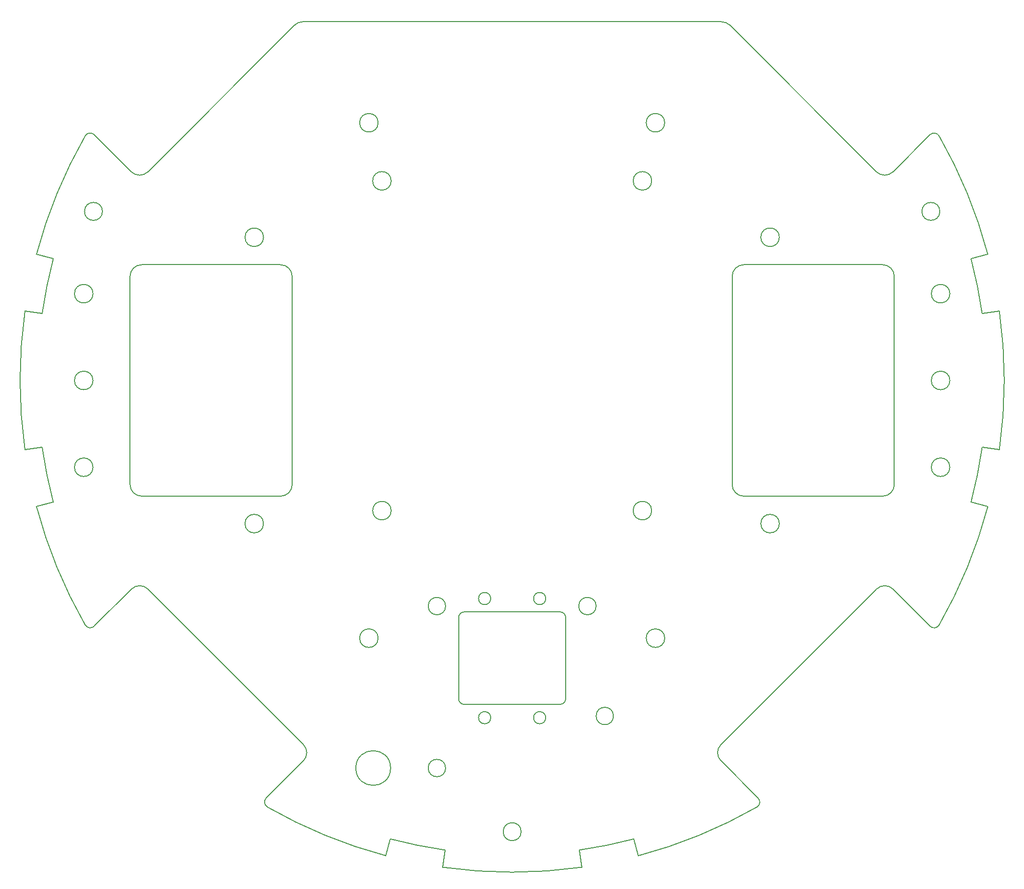
<source format=gbr>
%TF.GenerationSoftware,KiCad,Pcbnew,8.0.3*%
%TF.CreationDate,2024-06-17T20:38:05+08:00*%
%TF.ProjectId,top-rounded,746f702d-726f-4756-9e64-65642e6b6963,1.0.0*%
%TF.SameCoordinates,Original*%
%TF.FileFunction,Profile,NP*%
%FSLAX46Y46*%
G04 Gerber Fmt 4.6, Leading zero omitted, Abs format (unit mm)*
G04 Created by KiCad (PCBNEW 8.0.3) date 2024-06-17 20:38:05*
%MOMM*%
%LPD*%
G01*
G04 APERTURE LIST*
%TA.AperFunction,Profile*%
%ADD10C,0.200000*%
%TD*%
G04 APERTURE END LIST*
D10*
X114500000Y-139000000D02*
G75*
G02*
X111500000Y-139000000I-1500000J0D01*
G01*
X111500000Y-139000000D02*
G75*
G02*
X114500000Y-139000000I1500000J0D01*
G01*
X101550000Y-178000000D02*
G75*
G02*
X98450000Y-178000000I-1550000J0D01*
G01*
X98450000Y-178000000D02*
G75*
G02*
X101550000Y-178000000I1550000J0D01*
G01*
X91750000Y-140000000D02*
X108250000Y-140000000D01*
X29229659Y-70780686D02*
G75*
G02*
X26129659Y-70780686I-1550000J0D01*
G01*
X26129659Y-70780686D02*
G75*
G02*
X29229659Y-70780686I1550000J0D01*
G01*
X126348737Y-144547727D02*
G75*
G02*
X123148737Y-144547727I-1600000J0D01*
G01*
X123148737Y-144547727D02*
G75*
G02*
X126348737Y-144547727I1600000J0D01*
G01*
X27827107Y-142474408D02*
G75*
G02*
X26252379Y-142264529I-707107J707108D01*
G01*
X105800000Y-158300000D02*
G75*
G02*
X103700000Y-158300000I-1050000J0D01*
G01*
X103700000Y-158300000D02*
G75*
G02*
X105800000Y-158300000I1050000J0D01*
G01*
X181178724Y-111576471D02*
G75*
G02*
X179257361Y-121030259I-81180024J11576671D01*
G01*
X20742646Y-121030257D02*
G75*
G02*
X18821273Y-111576471I79255754J21029957D01*
G01*
X108250000Y-140000000D02*
G75*
G02*
X109250000Y-141000000I0J-1000000D01*
G01*
X164000000Y-80000000D02*
G75*
G02*
X166000000Y-82000000I0J-2000000D01*
G01*
X162932504Y-136062446D02*
G75*
G02*
X165760932Y-136062445I1414214J-1414211D01*
G01*
X184148677Y-88000000D02*
X181178726Y-88423529D01*
X27600000Y-115000000D02*
G75*
G02*
X24400000Y-115000000I-1600000J0D01*
G01*
X24400000Y-115000000D02*
G75*
G02*
X27600000Y-115000000I1600000J0D01*
G01*
X63937542Y-165760943D02*
X57525600Y-172172885D01*
X62000000Y-82000000D02*
X62000000Y-118000000D01*
X111999999Y-184148675D02*
G75*
G02*
X88000000Y-184148675I-11999999J84148275D01*
G01*
X140000000Y-80000000D02*
X164000000Y-80000000D01*
X136166500Y-38000000D02*
G75*
G02*
X137575504Y-38580514I0J-2000200D01*
G01*
X62419275Y-38585775D02*
X37067525Y-63937525D01*
X90750000Y-155000000D02*
X90750000Y-141000000D01*
X162932506Y-63937556D02*
X137575484Y-38580534D01*
X146147727Y-124748737D02*
G75*
G02*
X142947727Y-124748737I-1600000J0D01*
G01*
X142947727Y-124748737D02*
G75*
G02*
X146147727Y-124748737I1600000J0D01*
G01*
X142474408Y-172172893D02*
X136062457Y-165760942D01*
X117500000Y-158000000D02*
G75*
G02*
X114500000Y-158000000I-1500000J0D01*
G01*
X114500000Y-158000000D02*
G75*
G02*
X117500000Y-158000000I1500000J0D01*
G01*
X172172893Y-57525592D02*
X165760942Y-63937543D01*
X175600000Y-100000000D02*
G75*
G02*
X172400000Y-100000000I-1600000J0D01*
G01*
X172400000Y-100000000D02*
G75*
G02*
X175600000Y-100000000I1600000J0D01*
G01*
X109250000Y-141000000D02*
X109250000Y-155000000D01*
X96300000Y-158300000D02*
G75*
G02*
X94200000Y-158300000I-1050000J0D01*
G01*
X94200000Y-158300000D02*
G75*
G02*
X96300000Y-158300000I1050000J0D01*
G01*
X165760942Y-63937543D02*
G75*
G02*
X162932489Y-63937574I-1414242J1414243D01*
G01*
X121030257Y-179257353D02*
X121799657Y-182157012D01*
X34000000Y-82000000D02*
G75*
G02*
X36000000Y-80000000I2000000J0D01*
G01*
X18821275Y-88423529D02*
X15851324Y-88000000D01*
X88423530Y-181178724D02*
G75*
G02*
X78969744Y-179257357I11576570J81179324D01*
G01*
X20742646Y-121030257D02*
X17842988Y-121799657D01*
X179257353Y-78969743D02*
G75*
G02*
X181178721Y-88423530I-79256953J-21030157D01*
G01*
X126348737Y-55452273D02*
G75*
G02*
X123148737Y-55452273I-1600000J0D01*
G01*
X123148737Y-55452273D02*
G75*
G02*
X126348737Y-55452273I1600000J0D01*
G01*
X173747611Y-142264523D02*
G75*
G02*
X172172893Y-142474392I-867611J497223D01*
G01*
X136069403Y-162925547D02*
X162932504Y-136062446D01*
X138000000Y-82000000D02*
G75*
G02*
X140000000Y-80000000I2000000J0D01*
G01*
X79000000Y-167000000D02*
G75*
G02*
X73000000Y-167000000I-3000000J0D01*
G01*
X73000000Y-167000000D02*
G75*
G02*
X79000000Y-167000000I3000000J0D01*
G01*
X121030257Y-179257353D02*
G75*
G02*
X111576470Y-181178721I-21030157J79256953D01*
G01*
X175600000Y-115000000D02*
G75*
G02*
X172400000Y-115000000I-1600000J0D01*
G01*
X172400000Y-115000000D02*
G75*
G02*
X175600000Y-115000000I1600000J0D01*
G01*
X79100000Y-122500000D02*
G75*
G02*
X75900000Y-122500000I-1600000J0D01*
G01*
X75900000Y-122500000D02*
G75*
G02*
X79100000Y-122500000I1600000J0D01*
G01*
X27827107Y-142474408D02*
X34239068Y-136062447D01*
X26252389Y-57735477D02*
G75*
G02*
X27827107Y-57525608I867611J-497223D01*
G01*
X182157013Y-121799657D02*
G75*
G02*
X173747601Y-142264517I-82156913J21799657D01*
G01*
X76851263Y-144547727D02*
G75*
G02*
X73651263Y-144547727I-1600000J0D01*
G01*
X73651263Y-144547727D02*
G75*
G02*
X76851263Y-144547727I1600000J0D01*
G01*
X26252389Y-142264523D02*
G75*
G02*
X17842989Y-121799657I73747501J42264463D01*
G01*
X184148677Y-88000000D02*
G75*
G02*
X184148677Y-112000000I-84148577J-12000000D01*
G01*
X63937525Y-162932475D02*
G75*
G02*
X63937524Y-165760926I-1414225J-1414225D01*
G01*
X62000000Y-118000000D02*
G75*
G02*
X60000000Y-120000000I-2000000J0D01*
G01*
X79100000Y-65500000D02*
G75*
G02*
X75900000Y-65500000I-1600000J0D01*
G01*
X75900000Y-65500000D02*
G75*
G02*
X79100000Y-65500000I1600000J0D01*
G01*
X57052273Y-75251263D02*
G75*
G02*
X53852273Y-75251263I-1600000J0D01*
G01*
X53852273Y-75251263D02*
G75*
G02*
X57052273Y-75251263I1600000J0D01*
G01*
X34000000Y-118000000D02*
X34000000Y-82000000D01*
X182157013Y-121799657D02*
X179257357Y-121030258D01*
X166000000Y-82000000D02*
X166000000Y-118000000D01*
X173747611Y-57735477D02*
G75*
G02*
X182157000Y-78200346I-73747511J-42264423D01*
G01*
X57735477Y-173747611D02*
G75*
G02*
X57525608Y-172172893I497223J867611D01*
G01*
X27600000Y-85000000D02*
G75*
G02*
X24400000Y-85000000I-1600000J0D01*
G01*
X24400000Y-85000000D02*
G75*
G02*
X27600000Y-85000000I1600000J0D01*
G01*
X165760931Y-136062446D02*
X172172885Y-142474400D01*
X138000000Y-118000000D02*
X138000000Y-82000000D01*
X88423530Y-181178724D02*
X88000000Y-184148672D01*
X91750000Y-156000000D02*
G75*
G02*
X90750000Y-155000000I0J1000000D01*
G01*
X90750000Y-141000000D02*
G75*
G02*
X91750000Y-140000000I1000000J0D01*
G01*
X17842987Y-78200344D02*
X20742647Y-78969744D01*
X96300000Y-137700000D02*
G75*
G02*
X94200000Y-137700000I-1050000J0D01*
G01*
X94200000Y-137700000D02*
G75*
G02*
X96300000Y-137700000I1050000J0D01*
G01*
X181178724Y-111576471D02*
X184148676Y-112000000D01*
X60000000Y-80000000D02*
G75*
G02*
X62000000Y-82000000I0J-2000000D01*
G01*
X78200344Y-182157012D02*
X78969744Y-179257355D01*
X173870341Y-70780686D02*
G75*
G02*
X170770341Y-70780686I-1550000J0D01*
G01*
X170770341Y-70780686D02*
G75*
G02*
X173870341Y-70780686I1550000J0D01*
G01*
X15851323Y-112000000D02*
G75*
G02*
X15851323Y-88000000I84148577J12000000D01*
G01*
X179257353Y-78969743D02*
X182157012Y-78200343D01*
X108250000Y-156000000D02*
X91750000Y-156000000D01*
X36000000Y-120000000D02*
G75*
G02*
X34000000Y-118000000I0J2000000D01*
G01*
X136062457Y-165760942D02*
G75*
G02*
X136069402Y-162925546I1414243J1414242D01*
G01*
X17842987Y-78200344D02*
G75*
G02*
X26252389Y-57735477I82156933J-21799616D01*
G01*
X124100000Y-122500000D02*
G75*
G02*
X120900000Y-122500000I-1600000J0D01*
G01*
X120900000Y-122500000D02*
G75*
G02*
X124100000Y-122500000I1600000J0D01*
G01*
X111999999Y-184148675D02*
X111576471Y-181178726D01*
X27600000Y-100000000D02*
G75*
G02*
X24400000Y-100000000I-1600000J0D01*
G01*
X24400000Y-100000000D02*
G75*
G02*
X27600000Y-100000000I1600000J0D01*
G01*
X146147727Y-75251263D02*
G75*
G02*
X142947727Y-75251263I-1600000J0D01*
G01*
X142947727Y-75251263D02*
G75*
G02*
X146147727Y-75251263I1600000J0D01*
G01*
X60000000Y-120000000D02*
X36000000Y-120000000D01*
X34239068Y-136062447D02*
G75*
G02*
X37067513Y-136062428I1414232J-1414253D01*
G01*
X105800000Y-137700000D02*
G75*
G02*
X103700000Y-137700000I-1050000J0D01*
G01*
X103700000Y-137700000D02*
G75*
G02*
X105800000Y-137700000I1050000J0D01*
G01*
X166000000Y-118000000D02*
G75*
G02*
X164000000Y-120000000I-2000000J0D01*
G01*
X37067496Y-136062446D02*
X63937525Y-162932475D01*
X37067525Y-63937525D02*
G75*
G02*
X34239088Y-63937538I-1414225J1414225D01*
G01*
X18821275Y-88423529D02*
G75*
G02*
X20742649Y-78969745I81179025J-11576571D01*
G01*
X78200344Y-182157012D02*
G75*
G02*
X57735471Y-173747621I21799556J82156912D01*
G01*
X175600000Y-85000000D02*
G75*
G02*
X172400000Y-85000000I-1600000J0D01*
G01*
X172400000Y-85000000D02*
G75*
G02*
X175600000Y-85000000I1600000J0D01*
G01*
X36000000Y-80000000D02*
X60000000Y-80000000D01*
X15851323Y-112000000D02*
X18821279Y-111576470D01*
X34239071Y-63937556D02*
X27827115Y-57525600D01*
X172172893Y-57525592D02*
G75*
G02*
X173747621Y-57735471I707107J-707108D01*
G01*
X136166500Y-38000000D02*
X63833478Y-38000000D01*
X164000000Y-120000000D02*
X140000000Y-120000000D01*
X140000000Y-120000000D02*
G75*
G02*
X138000000Y-118000000I0J2000000D01*
G01*
X57052273Y-124748737D02*
G75*
G02*
X53852273Y-124748737I-1600000J0D01*
G01*
X53852273Y-124748737D02*
G75*
G02*
X57052273Y-124748737I1600000J0D01*
G01*
X63937524Y-165760925D02*
X63937542Y-165760943D01*
X142474408Y-172172893D02*
G75*
G02*
X142264529Y-173747621I-707108J-707107D01*
G01*
X124100000Y-65500000D02*
G75*
G02*
X120900000Y-65500000I-1600000J0D01*
G01*
X120900000Y-65500000D02*
G75*
G02*
X124100000Y-65500000I1600000J0D01*
G01*
X142264523Y-173747611D02*
G75*
G02*
X121799654Y-182157000I-42264423J73747511D01*
G01*
X76851263Y-55452273D02*
G75*
G02*
X73651263Y-55452273I-1600000J0D01*
G01*
X73651263Y-55452273D02*
G75*
G02*
X76851263Y-55452273I1600000J0D01*
G01*
X88500000Y-139000000D02*
G75*
G02*
X85500000Y-139000000I-1500000J0D01*
G01*
X85500000Y-139000000D02*
G75*
G02*
X88500000Y-139000000I1500000J0D01*
G01*
X62419275Y-38585775D02*
G75*
G02*
X63833478Y-38000025I1414125J-1414125D01*
G01*
X109250000Y-155000000D02*
G75*
G02*
X108250000Y-156000000I-1000000J0D01*
G01*
X88500000Y-167000000D02*
G75*
G02*
X85500000Y-167000000I-1500000J0D01*
G01*
X85500000Y-167000000D02*
G75*
G02*
X88500000Y-167000000I1500000J0D01*
G01*
M02*

</source>
